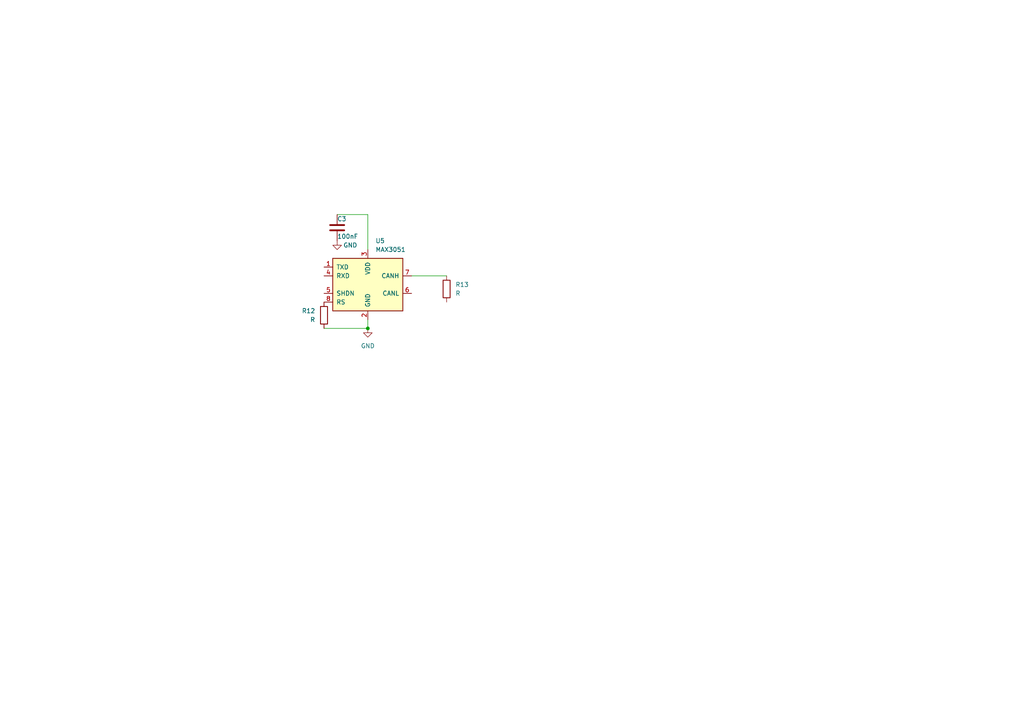
<source format=kicad_sch>
(kicad_sch (version 20230121) (generator eeschema)
  (paper "A4")
  (lib_symbols
    (symbol "Device:C" (pin_numbers hide) (pin_names (offset 0.254))
      (property "Reference" "C" (at 0.635 2.54 0))
      (property "Value" "C" (at 0.635 -2.54 0))
      (symbol "C_0_1"
        (polyline (pts (xy -2.032 -0.762) (xy 2.032 -0.762)) (stroke (width 0.508)))
        (polyline (pts (xy -2.032 0.762) (xy 2.032 0.762)) (stroke (width 0.508)))
      )
      (symbol "C_1_1"
        (pin passive line (at 0 3.81 270) (length 2.794) (name "~") (number "1"))
        (pin passive line (at 0 -3.81 90) (length 2.794) (name "~") (number "2"))
      )
    )
    (symbol "Device:R" (pin_numbers hide) (pin_names (offset 0))
      (property "Reference" "R" (at 2.032 0 90))
      (property "Value" "R" (at 0 0 90))
      (symbol "R_0_1"
        (rectangle (start -1.016 -2.54) (end 1.016 2.54) (stroke (width 0.254)))
      )
      (symbol "R_1_1"
        (pin passive line (at 0 3.81 270) (length 1.27) (name "~") (number "1"))
        (pin passive line (at 0 -3.81 90) (length 1.27) (name "~") (number "2"))
      )
    )
    (symbol "Interface_UART:MAX3051" (pin_names (offset 1.016))
      (property "Reference" "U" (at -10.16 8.89 0))
      (property "Value" "MAX3051" (at 2.54 8.89 0))
      (symbol "MAX3051_0_1"
        (rectangle (start -10.16 7.62) (end 10.16 -7.62) (stroke (width 0.254)) (fill (type background)))
      )
      (symbol "MAX3051_1_1"
        (pin input line (at -12.7 5.08 0) (length 2.54) (name "TXD") (number "1"))
        (pin power_in line (at 0 -10.16 90) (length 2.54) (name "GND") (number "2"))
        (pin power_in line (at 0 10.16 270) (length 2.54) (name "VDD") (number "3"))
        (pin output line (at -12.7 2.54 0) (length 2.54) (name "RXD") (number "4"))
        (pin input line (at -12.7 -2.54 0) (length 2.54) (name "SHDN") (number "5"))
        (pin bidirectional line (at 12.7 -2.54 180) (length 2.54) (name "CANL") (number "6"))
        (pin bidirectional line (at 12.7 2.54 180) (length 2.54) (name "CANH") (number "7"))
        (pin input line (at -12.7 -5.08 0) (length 2.54) (name "RS") (number "8"))
      )
    )
    (symbol "power:GND" (power) (pin_names (offset 0))
      (property "Value" "GND" (at 0 -3.81 0))
      (symbol "GND_0_1"
        (polyline (pts (xy 0 0) (xy 0 -1.27) (xy 1.27 -1.27) (xy 0 -2.54) (xy -1.27 -1.27) (xy 0 -1.27)))
      )
      (symbol "GND_1_1"
        (pin power_in line (at 0 0 270) (length 0) hide (name "GND") (number "1"))
      )
    )
  )
  (junction (at 106.68 95.25))
  (wire (pts (xy 106.68 62.23) (xy 106.68 72.39)))
  (wire (pts (xy 97.79 62.23) (xy 106.68 62.23)))
  (wire (pts (xy 93.98 95.25) (xy 106.68 95.25)))
  (wire (pts (xy 106.68 95.25) (xy 106.68 92.71)))
  (wire (pts (xy 119.38 80.01) (xy 129.54 80.01)))
  (symbol (lib_id "power:GND") (at 106.68 95.25 0) (unit 1)
    (property "Reference" "#PWR028" (effects hide))
    (property "Value" "GND" (at 106.68 100.33 0))
  )
  (symbol (lib_id "power:GND") (at 97.79 69.85 0) (unit 1)
    (property "Reference" "#PWR029" (effects hide))
    (property "Value" "GND" (at 101.6 71.12 0))
  )
  (symbol (lib_id "Device:C") (at 97.79 66.04 0) (unit 1)
    (property "Reference" "C3" (at 97.79 63.5 0) (effects (justify left)))
    (property "Value" "100nF" (at 97.79 68.58 0) (effects (justify left)))
    (property "Footprint" "Capacitor_SMD:C_0402_1005Metric" (effects hide))
    (instances (project "tildagon-base" (path "" (reference "C3") (unit 1)) (path "" (reference "C16") (unit 1))))
  )
  (symbol (lib_id "Interface_UART:MAX3051") (at 106.68 82.55 0) (unit 1)
    (property "Reference" "U5" (at 108.8741 69.85 0) (effects (justify left)))
    (property "Value" "MAX3051" (at 108.8741 72.39 0) (effects (justify left)))
    (property "Footprint" "Package_SO:SO-8_3.9x4.9mm_P1.27mm" (effects hide))
    (property "Datasheet" "http://datasheets.maximintegrated.com/en/ds/MAX3051.pdf" (effects hide))
  )
  (symbol (lib_id "Device:R") (at 129.54 83.82 0) (unit 1)
    (property "Reference" "R13" (at 132.08 82.55 0) (effects (justify left)))
    (property "Value" "R" (at 132.08 85.09 0) (effects (justify left)))
    (property "Footprint" "Resistor_SMD:R_0603_1608Metric" (effects hide))
  )
  (symbol (lib_id "Device:R") (at 93.98 91.44 0) (unit 1)
    (property "Reference" "R12" (at 91.44 90.17 0) (effects (justify right)))
    (property "Value" "R" (at 91.44 92.71 0) (effects (justify right)))
    (property "Footprint" "Resistor_SMD:R_0402_1005Metric" (effects hide))
  )
)
</source>
